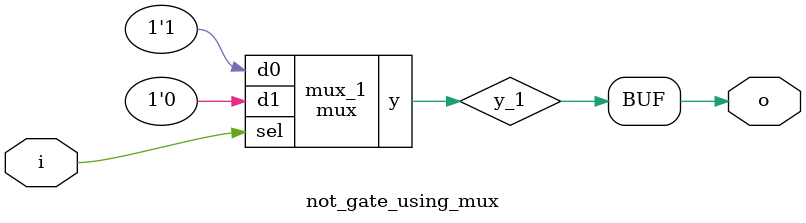
<source format=sv>

module mux
(
  input  d0, d1,
  input  sel,
  output y
);

  assign y = sel ? d1 : d0;

endmodule

//----------------------------------------------------------------------------
// Task
//----------------------------------------------------------------------------

module not_gate_using_mux
(
    input  i,
    output o
);

wire y_1;

mux mux_1
(
    .d0  ( 1   ),
    .d1  ( 0   ),
    .sel ( i   ),
    .y   ( y_1 )
);

assign o = y_1;

  // Task:
  // Implement not gate using instance(s) of mux,
  // constants 0 and 1, and wire connections


endmodule

</source>
